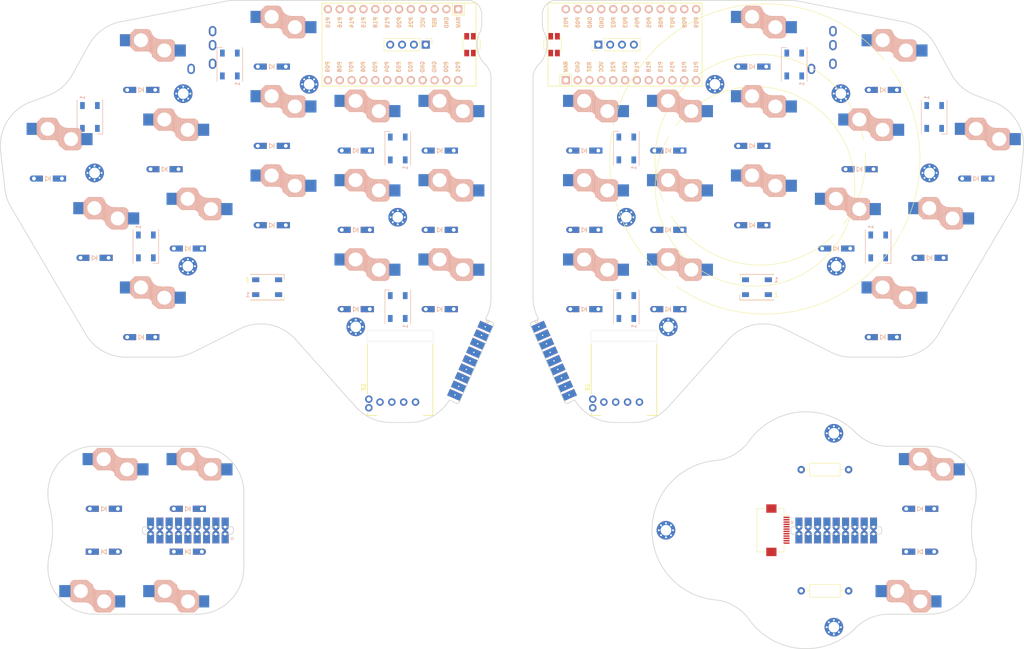
<source format=kicad_pcb>
(kicad_pcb (version 20211014) (generator pcbnew)
  (title_block (title "mainpcb") (rev "v1.0.0") (company "Unknown"))
  (layers (0 "F.Cu" signal) (31 "B.Cu" signal) (34 "B.Paste" user) (35 "F.Paste" user) (36 "B.SilkS" user "B.Silkscreen") (37 "F.SilkS" user "F.Silkscreen") (38 "B.Mask" user) (39 "F.Mask" user) (44 "Edge.Cuts" user))
  (net 0 "")
  (net 1 "far_bottom")
  (net 2 "C1")
  (net 3 "R3")
  (net 4 "far_home")
  (net 5 "R2")
  (net 6 "far_top")
  (net 7 "R1")
  (net 8 "index_bottom")
  (net 9 "C2")
  (net 10 "index_home")
  (net 11 "index_top")
  (net 12 "middle_bottom")
  (net 13 "C3")
  (net 14 "middle_home")
  (net 15 "middle_top")
  (net 16 "ring_bottom")
  (net 17 "C4")
  (net 18 "ring_home")
  (net 19 "ring_top")
  (net 20 "pinkie_bottom")
  (net 21 "C5")
  (net 22 "pinkie_home")
  (net 23 "pinkie_top")
  (net 24 "c1_r4")
  (net 25 "R4")
  (net 26 "c2_r4")
  (net 27 "mirror_far_bottom")
  (net 28 "mirror_far_home")
  (net 29 "mirror_far_top")
  (net 30 "mirror_index_bottom")
  (net 31 "mirror_index_home")
  (net 32 "mirror_index_top")
  (net 33 "mirror_middle_bottom")
  (net 34 "mirror_middle_home")
  (net 35 "mirror_middle_top")
  (net 36 "mirror_ring_bottom")
  (net 37 "mirror_ring_home")
  (net 38 "mirror_ring_top")
  (net 39 "mirror_pinkie_bottom")
  (net 40 "mirror_pinkie_home")
  (net 41 "mirror_pinkie_top")
  (net 42 "mirror_c1_r4")
  (net 43 "mirror_c1_r5")
  (net 44 "R5")
  (net 45 "mirror_c2_r4")
  (net 46 "mirror_c2_r5")
  (net 47 "GND")
  (net 48 "RST")
  (net 49 "VCC")
  (net 50 "SERIAL")
  (net 51 "RGB")
  (net 52 "SDA")
  (net 53 "SCL")
  (net 54 "scroll_r1")
  (net 55 "scroll_r2")
  (net 56 "scroll_switch")
  (net 57 "rgb_ug1_out")
  (net 58 "rgb_ug2_out")
  (net 59 "rgb_ug3_out")
  (net 60 "rgb_palm_out")
  (net 61 "rgb_ug4_out")
  (net 62 "rgb_ug5_out")
  (net 63 "rgb_ug6_out")
  (footprint "Library:EVQWGD001" (layer "F.Cu") (at -22 19 90)
    (fp_text reference "S2" hide)
    (fp_text value "Scroll Wheel")
    (fp_line (start 9.8 7.3) (end 9.8 -6.3) (layer "Edge.Cuts") (width 0.05))
    (fp_line (start 9.5 -6.6) (end 7.7 -6.6) (layer "Edge.Cuts") (width 0.05))
    (fp_line (start 7.4 -6.3) (end 7.4 7.3) (layer "Edge.Cuts") (width 0.05))
    (fp_line (start 7.7 7.6) (end 9.5 7.6) (layer "Edge.Cuts") (width 0.05))
    (fp_arc (start 9.8 7.3) (mid 9.712132 7.512132) (end 9.5 7.6) (layer "Edge.Cuts") (width 0.05))
    (fp_arc (start 9.5 -6.6) (mid 9.712132 -6.512132) (end 9.8 -6.3) (layer "Edge.Cuts") (width 0.05))
    (fp_arc (start 7.7 7.6) (mid 7.487868 7.512132) (end 7.4 7.3) (layer "Edge.Cuts") (width 0.05))
    (fp_arc (start 7.4 -6.3) (mid 7.487868 -6.512132) (end 7.7 -6.6) (layer "Edge.Cuts") (width 0.05))
  )
  (footprint "Library:PG1350" (layer "F.Cu") (at 82 6)
    (fp_text reference "SW13" hide)
    (fp_text value "Val**")
  )
  (footprint "Library:ProMicro" (layer "F.Cu") (at 28 -52)
    (fp_text reference "U1" hide)
    (fp_text value "Pro Micro Footprint")
  )
  (footprint "kbd:M2_HOLE_v3" (layer "F.Cu") (at -31 8.5)
    (fp_text reference "H12" hide)
    (fp_text value "M2")
  )
  (footprint "Library:PG1350" (layer "F.Cu") (at -72 -30)
    (fp_text reference "SW28" hide)
    (fp_text value "Val**")
  )
  (footprint "Library:D3_TH_SMD_v2" (layer "F.Cu") (at -85 47.5 180)
    (fp_text reference "D35" hide)
    (fp_text value "Diode")
  )
  (footprint "Library:PG1350" (layer "F.Cu") (at 90 42.8)
    (fp_text reference "SW17" hide)
    (fp_text value "Val**")
  )
  (footprint "kbd:M2_HOLE_v3" (layer "F.Cu") (at -67 -4.5)
    (fp_text reference "H10" hide)
    (fp_text value "M2")
  )
  (footprint "kbd:M2_HOLE_v3" (layer "F.Cu") (at 72 -4.5)
    (fp_text reference "H9" hide)
    (fp_text value "M2")
  )
  (footprint "kbd:M2_HOLE_v3" (layer "F.Cu") (at 36 8.5)
    (fp_text reference "H11" hide)
    (fp_text value "M2")
  )
  (footprint "Library:TRRS-PJ-320A" (layer "F.Cu") (at -64 -53)
    (fp_text reference "J2" hide)
    (fp_text value "TRRS")
  )
  (footprint "Library:PG1350" (layer "F.Cu") (at -31 -17)
    (fp_text reference "SW22" hide)
    (fp_text value "Val**")
  )
  (footprint "kbd:M2_HOLE_v3" (layer "F.Cu") (at 71.5 31.31539 90)
    (fp_text reference "H14" hide)
    (fp_text value "M2")
  )
  (footprint "Library:PG1350" (layer "F.Cu") (at -49 -35)
    (fp_text reference "SW25" hide)
    (fp_text value "Val**")
  )
  (footprint "Connector_PinHeader_2.54mm:PinHeader_1x04_P2.54mm_Vertical" (layer "F.Cu") (at -16 -52 -90)
    (fp_text reference "J4" hide)
    (fp_text value "I2C Breakout")
  )
  (footprint "kbd:M2_HOLE_v3" (layer "F.Cu") (at 27 -15)
    (fp_text reference "H1" hide)
    (fp_text value "M2")
  )
  (footprint "Library:PG1350" (layer "F.Cu") (at 92 -11)
    (fp_text reference "SW14" hide)
    (fp_text value "Val**")
  )
  (footprint "Library:PG1350" (layer "F.Cu") (at -85 42.8)
    (fp_text reference "SW35" hide)
    (fp_text value "Val**")
  )
  (footprint "Library:D3_TH_SMD_v2" (layer "F.Cu") (at -31 -29.3 180)
    (fp_text reference "D23" hide)
    (fp_text value "Diode")
  )
  (footprint "Library:D3_TH_SMD_v2" (layer "F.Cu") (at 90 56.7)
    (fp_text reference "D16" hide)
    (fp_text value "Diode")
  )
  (footprint "Library:D3_TH_SMD_v2" (layer "F.Cu") (at 54 -30.3 180)
    (fp_text reference "D8" hide)
    (fp_text value "Diode")
  )
  (footprint "Resistor_THT:R_Axial_DIN0207_L6.3mm_D2.5mm_P10.16mm_Horizontal" (layer "F.Cu") (at 64.5 65.1)
    (fp_text reference "R2" hide)
    (fp_text value "4K7")
  )
  (footprint "Library:D3_TH_SMD_v2" (layer "F.Cu") (at -13 4.7 180)
    (fp_text reference "D18" hide)
    (fp_text value "Diode")
  )
  (footprint "kbd:M2_HOLE_v3" (layer "F.Cu") (at -41 -43.5)
    (fp_text reference "H4" hide)
    (fp_text value "M2")
  )
  (footprint "Library:PG1350" (layer "F.Cu") (at -67 61.4 180)
    (fp_text reference "SW34" hide)
    (fp_text value "Val**")
  )
  (footprint "Library:kb_90deg_connector_male_9pin" (layer "F.Cu") (at -6.487598 15.790417 156.037511)
    (fp_text reference "J9" hide)
    (fp_text value "Male 9pin")
  )
  (footprint "Library:PG1350" (layer "F.Cu") (at -13 -34)
    (fp_text reference "SW20" hide)
    (fp_text value "Val**")
  )
  (footprint "Library:PG1350" (layer "F.Cu") (at 90 61.4 180)
    (fp_text reference "SW16" hide)
    (fp_text value "Val**")
  )
  (footprint "Library:D3_TH_SMD_v2" (layer "F.Cu") (at -49 -30.3 180)
    (fp_text reference "D25" hide)
    (fp_text value "Diode")
  )
  (footprint "Library:ProMicro" (layer "F.Cu") (at -23 -52 180)
    (fp_text reference "U2" hide)
    (fp_text value "Pro Micro Footprint")
  )
  (footprint "Resistor_THT:R_Axial_DIN0207_L6.3mm_D2.5mm_P10.16mm_Horizontal" (layer "F.Cu") (at 64.5 39.1)
    (fp_text reference "R1" hide)
    (fp_text value "4K7")
  )
  (footprint "Library:PG1350" (layer "F.Cu") (at 82 -47)
    (fp_text reference "SW12" hide)
    (fp_text value "Val**")
  )
  (footprint "Library:D3_TH_SMD_v2" (layer "F.Cu") (at -67 -8.3 180)
    (fp_text reference "D27" hide)
    (fp_text value "Diode")
  )
  (footprint "Library:PG1350" (layer "F.Cu") (at -13 -17)
    (fp_text reference "SW19" hide)
    (fp_text value "Val**")
  )
  (footprint "Connector_PinHeader_2.54mm:PinHeader_1x04_P2.54mm_Vertical" (layer "F.Cu") (at 21 -52 90)
    (fp_text reference "J3" hide)
    (fp_text value "I2C Breakout")
  )
  (footprint "Library:PG1350" (layer "F.Cu") (at -87 -11)
    (fp_text reference "SW31" hide)
    (fp_text value "Val**")
  )
  (footprint "Library:D3_TH_SMD_v2" (layer "F.Cu") (at 36 -29.3 180)
    (fp_text reference "D6" hide)
    (fp_text value "Diode")
  )
  (footprint "kbd:M2_HOLE_v3" (layer "F.Cu") (at -68 -41.5)
    (fp_text reference "H6" hide)
    (fp_text value "M2")
  )
  (footprint "Library:PG1350" (layer "F.Cu") (at -31 -34)
    (fp_text reference "SW23" hide)
    (fp_text value "Val**")
  )
  (footprint "Library:D3_TH_SMD_v2" (layer "F.Cu") (at 82 10.7 180)
    (fp_text reference "D13" hide)
    (fp_text value "Diode")
  )
  (footprint "Library:D3_TH_SMD_v2" (layer "F.Cu") (at -67 47.5 180)
    (fp_text reference "D36" hide)
    (fp_text value "Diode")
  )
  (footprint "Library:D3_TH_SMD_v2" (layer "F.Cu") (at 36 4.7 180)
    (fp_text reference "D4" hide)
    (fp_text value "Diode")
  )
  (footprint "Library:PG1350" (layer "F.Cu") (at 18 -17)
    (fp_text reference "SW2" hide)
    (fp_text value "Val**")
  )
  (footprint "Library:D3_TH_SMD_v2" (layer "F.Cu") (at -31 -12.3 180)
    (fp_text reference "D22" hide)
    (fp_text value "Diode")
  )
  (footprint "Library:PG1350" (layer "F.Cu") (at 77 -30)
    (fp_text reference "SW11" hide)
    (fp_text value "Val**")
  )
  (footprint "kbd:M2_HOLE_v3" (layer "F.Cu") (at 92 -24.5)
    (fp_text reference "H7" hide)
    (fp_text value "M2")
  )
  (footprint "Library:PG1350" (layer "F.Cu") (at -77 -47)
    (fp_text reference "SW29" hide)
    (fp_text value "Val**")
  )
  (footprint "kbd:M2_HOLE_v3" (layer "F.Cu") (at 73 -41.5)
    (fp_text reference "H5" hide)
    (fp_text value "M2")
  )
  (footprint "Library:D3_TH_SMD_v2" (layer "F.Cu") (at 77 -25.3 180)
    (fp_text reference "D11" hide)
    (fp_text value "Diode")
  )
  (footprint "Library:kb_90deg_connector_male_9pin" (layer "F.Cu") (at 11.487598 15.790417 -156.037511)
    (fp_text reference "J8" hide)
    (fp_text value "Male 9pin")
  )
  (footprint "Library:D3_TH_SMD_v2" (layer "F.Cu") (at 36 -12.3 180)
    (fp_text reference "D5" hide)
    (fp_text value "Diode")
  )
  (footprint "Library:D3_TH_SMD_v2" (layer "F.Cu") (at 18 -29.3 180)
    (fp_text reference "D3" hide)
    (fp_text value "Diode")
  )
  (footprint "Library:PG1350" (layer "F.Cu") (at -67 42.8)
    (fp_text reference "SW36" hide)
    (fp_text value "Val**")
  )
  (footprint "Library:PG1350" (layer "F.Cu") (at 36 -34)
    (fp_text reference "SW6" hide)
    (fp_text value "Val**")
  )
  (footprint "Library:PG1350" (layer "F.Cu") (at 102 -28)
    (fp_text reference "SW15" hide)
    (fp_text value "Val**")
  )
  (footprint "Library:D3_TH_SMD_v2" (layer "F.Cu") (at 90 47.5 180)
    (fp_text reference "D17" hide)
    (fp_text value "Diode")
  )
  (footprint "Library:D3_TH_SMD_v2" (layer "F.Cu") (at -72 -25.3 180)
    (fp_text reference "D28" hide)
    (fp_text value "Diode")
  )
  (footprint "Library:D3_TH_SMD_v2" (layer "F.Cu") (at 92 -6.3 180)
    (fp_text reference "D14" hide)
    (fp_text value "Diode")
  )
  (footprint "Library:PG1350" (layer "F.Cu") (at -13 0)
    (fp_text reference "SW18" hide)
    (fp_text value "Val**")
  )
  (footprint "Library:SW_SPST_EVQP7C" (layer "F.Cu") (at -6.5 -52 90)
    (fp_text reference "RST2" hide)
    (fp_text value "RST")
  )
  (footprint "kbd:M2_HOLE_v3" (layer "F.Cu") (at -87 -24.5)
    (fp_text reference "H8" hide)
    (fp_text value "M2")
  )
  (footprint "Library:D3_TH_SMD_v2" (layer "F.Cu") (at -49 -13.3 180)
    (fp_text reference "D24" hide)
    (fp_text value "Diode")
  )
  (footprint "Library:PG1350" (layer "F.Cu") (at -49 -18)
    (fp_text reference "SW24" hide)
    (fp_text value "Val**")
  )
  (footprint "Library:PG1350" (layer "F.Cu") (at -67 -13)
    (fp_text reference "SW27" hide)
    (fp_text value "Val**")
  )
  (footprint "Library:D3_TH_SMD_v2" (layer "F.Cu") (at -85 56.7)
    (fp_text reference "D33" hide)
    (fp_text value "Diode")
  )
  (footprint "kbd:M2_HOLE_v3" (layer "F.Cu") (at 35.5 52.1 90)
    (fp_text reference "H13" hide)
    (fp_text value "M2")
  )
  (footprint "Library:PG1350" (layer "F.Cu") (at -31 0)
    (fp_text reference "SW21" hide)
    (fp_text value "Val**")
  )
  (footprint "Library:D3_TH_SMD_v2" (layer "F.Cu") (at -87 -6.3 180)
    (fp_text reference "D31" hide)
    (fp_text value "Diode")
  )
  (footprint "Library:D3_TH_SMD_v2" (layer "F.Cu") (at -67 56.7)
    (fp_text reference "D34" hide)
    (fp_text value "Diode")
  )
  (footprint "Library:kb_90deg_connector_female_9pin" (layer "F.Cu") (at -67 52.15 -90)
    (fp_text reference "J7" hide)
    (fp_text value "Female 9pin")
    (fp_line (start -0.3 9.75) (end 0.3 9.75) (layer "Edge.Cuts") (width 0.15))
    (fp_line (start 0.3 -9.75) (end -0.3 -9.75) (layer "Edge.Cuts") (width 0.15))
    (fp_line (start 0.8 9.25) (end 0.8 -9.25) (layer "Edge.Cuts") (width 0.15))
    (fp_line (start -0.8 -9.25) (end -0.8 9.25) (layer "Edge.Cuts") (width 0.15))
    (fp_arc (start 0.8 9.25) (mid 0.653553 9.603553) (end 0.3 9.75) (layer "Edge.Cuts") (width 0.15))
    (fp_arc (start 0.3 -9.75) (mid 0.653553 -9.603553) (end 0.8 -9.25) (layer "Edge.Cuts") (width 0.15))
    (fp_arc (start -0.8 -9.25) (mid -0.653553 -9.603553) (end -0.3 -9.75) (layer "Edge.Cuts") (width 0.15))
    (fp_arc (start -0.3 9.75) (mid -0.653553 9.603553) (end -0.8 9.25) (layer "Edge.Cuts") (width 0.15))
  )
  (footprint "Library:D3_TH_SMD_v2" (layer "F.Cu") (at 18 4.7 180)
    (fp_text reference "D1" hide)
    (fp_text value "Diode")
  )
  (footprint "Library:D3_TH_SMD_v2" (layer "F.Cu") (at -97 -23.3 180)
    (fp_text reference "D32" hide)
    (fp_text value "Diode")
  )
  (footprint "Library:D3_TH_SMD_v2" (layer "F.Cu") (at -13 -12.3 180)
    (fp_text reference "D19" hide)
    (fp_text value "Diode")
  )
  (footprint "Library:D3_TH_SMD_v2" (layer "F.Cu") (at -49 -47.3 180)
    (fp_text reference "D26" hide)
    (fp_text value "Diode")
  )
  (footprint "Library:TRRS-PJ-320A" (layer "F.Cu") (at 69 -53)
    (fp_text reference "J1" hide)
    (fp_text value "TRRS")
  )
  (footprint "kbd:M2_HOLE_v3" (layer "F.Cu") (at -22 -15)
    (fp_text reference "H2" hide)
    (fp_text value "M2")
  )
  (footprint "Library:PG1350" (layer "F.Cu") (at -77 6)
    (fp_text reference "SW30" hide)
    (fp_text value "Val**")
  )
  (footprint "Library:D3_TH_SMD_v2" (layer "F.Cu") (at 82 -42.3 180)
    (fp_text reference "D12" hide)
    (fp_text value "Diode")
  )
  (footprint "LED_SMD:LED_WS2812B_PLCC4_5.0x5.0mm_P3.2mm" (layer "F.Cu") (at -50 0)
    (fp_text reference "DS11" hide)
    (fp_text value "WS2812b")
  )
  (footprint "kbd:M2_HOLE_v3" (layer "F.Cu") (at 46 -43.5)
    (fp_text reference "H3" hide)
    (fp_text value "M2")
  )
  (footprint "Library:D3_TH_SMD_v2" (layer "F.Cu") (at 54 -47.3 180)
    (fp_text reference "D9" hide)
    (fp_text value "Diode")
  )
  (footprint "Library:SW_SPST_EVQP7C" (layer "F.Cu") (at 11.5 -52 -90)
    (fp_text reference "RST1" hide)
    (fp_text value "RST")
  )
  (footprint "Library:kb_90deg_connector_female_9pin" (layer "F.Cu") (at 72 52.15 90)
    (fp_text reference "J6" hide)
    (fp_text value "Female 9pin")
    (fp_line (start -0.3 9.75) (end 0.3 9.75) (layer "Edge.Cuts") (width 0.15))
    (fp_line (start 0.3 -9.75) (end -0.3 -9.75) (layer "Edge.Cuts") (width 0.15))
    (fp_line (start -0.8 -9.25) (end -0.8 9.25) (layer "Edge.Cuts") (width 0.15))
    (fp_line (start 0.8 9.25) (end 0.8 -9.25) (layer "Edge.Cuts") (width 0.15))
    (fp_arc (start 0.8 9.25) (mid 0.653553 9.603553) (end 0.3 9.75) (layer "Edge.Cuts") (width 0.15))
    (fp_arc (start 0.3 -9.75) (mid 0.653553 -9.603553) (end 0.8 -9.25) (layer "Edge.Cuts") (width 0.15))
    (fp_arc (start -0.8 -9.25) (mid -0.653553 -9.603553) (end -0.3 -9.75) (layer "Edge.Cuts") (width 0.15))
    (fp_arc (start -0.3 9.75) (mid -0.653553 9.603553) (end -0.8 9.25) (layer "Edge.Cuts") (width 0.15))
  )
  (footprint "Library:D3_TH_SMD_v2" (layer "F.Cu") (at 102 -23.3 180)
    (fp_text reference "D15" hide)
    (fp_text value "Diode")
  )
  (footprint "Library:D3_TH_SMD_v2" (layer "F.Cu") (at -77 -42.3 180)
    (fp_text reference "D29" hide)
    (fp_text value "Diode")
  )
  (footprint "Library:D3_TH_SMD_v2" (layer "F.Cu") (at 72 -8.3 180)
    (fp_text reference "D10" hide)
    (fp_text value "Diode")
  )
  (footprint "Library:PG1350" (layer "F.Cu") (at 18 -34)
    (fp_text reference "SW3" hide)
    (fp_text value "Val**")
  )
  (footprint "Library:PG1350" (layer "F.Cu") (at 54 -18)
    (fp_text reference "SW7" hide)
    (fp_text value "Val**")
  )
  (footprint "Library:PG1350" (layer "F.Cu") (at 72 -13)
    (fp_text reference "SW10" hide)
    (fp_text value "Val**")
  )
  (footprint "Library:PG1350" (layer "F.Cu") (at 36 -17)
    (fp_text reference "SW5" hide)
    (fp_text value "Val**")
  )
  (footprint "Library:EVQWGD001" (layer "F.Cu") (at 26 19 90)
    (fp_text reference "S1" hide)
    (fp_text value "Scroll Wheel")
    (fp_line (start 9.8 7.3) (end 9.8 -6.3) (layer "Edge.Cuts") (width 0.05))
    (fp_line (start 7.4 -6.3) (end 7.4 7.3) (layer "Edge.Cuts") (width 0.05))
    (fp_line (start 9.5 -6.6) (end 7.7 -6.6) (layer "Edge.Cuts") (width 0.05))
    (fp_line (start 7.7 7.6) (end 9.5 7.6) (layer "Edge.Cuts") (width 0.05))
    (fp_arc (start 7.4 -6.3) (mid 7.487868 -6.512132) (end 7.7 -6.6) (layer "Edge.Cuts") (width 0.05))
    (fp_arc (start 9.8 7.3) (mid 9.712132 7.512132) (end 9.5 7.6) (layer "Edge.Cuts") (width 0.05))
    (fp_arc (start 9.5 -6.6) (mid 9.712132 -6.512132) (end 9.8 -6.3) (layer "Edge.Cuts") (width 0.05))
    (fp_arc (start 7.7 7.6) (mid 7.487868 7.512132) (end 7.4 7.3) (layer "Edge.Cuts") (width 0.05))
  )
  (footprint "Library:D3_TH_SMD_v2" (layer "F.Cu") (at 54 -13.3 180)
    (fp_text reference "D7" hide)
    (fp_text value "Diode")
  )
  (footprint "LED_SMD:LED_WS2812B_PLCC4_5.0x5.0mm_P3.2mm" (layer "F.Cu") (at 55 0 180)
    (fp_text reference "DS4" hide)
    (fp_text value "WS2812b")
  )
  (footprint "Library:D3_TH_SMD_v2" (layer "F.Cu") (at -13 -29.3 180)
    (fp_text reference "D20" hide)
    (fp_text value "Diode")
  )
  (footprint "Library:PG1350" (layer "F.Cu") (at 54 -52)
    (fp_text reference "SW9" hide)
    (fp_text value "Val**")
  )
  (footprint "kbd:M2_HOLE_v3" (layer "F.Cu") (at 71.5 72.88461 90)
    (fp_text reference "H15" hide)
    (fp_text value "M2")
  )
  (footprint "Library:PG1350" (layer "F.Cu") (at 54 -35)
    (fp_text reference "SW8" hide)
    (fp_text value "Val**")
  )
  (footprint "Library:PG1350" (layer "F.Cu") (at 36 0)
    (fp_text reference "SW4" hide)
    (fp_text value "Val**")
  )
  (footprint "Library:PG1350" (layer "F.Cu") (at 18 0)
    (fp_text reference "SW1" hide)
    (fp_text value "Val**")
  )
  (footprint "Library:D3_TH_SMD_v2" (layer "F.Cu") (at -31 4.7 180)
    (fp_text reference "D21" hide)
    (fp_text value "Diode")
  )
  (footprint "Library:D3_TH_SMD_v2" (layer "F.Cu") (at -77 10.7 180)
    (fp_text reference "D30" hide)
    (fp_text value "Diode")
  )
  (footprint "Library:Hirose_FH12-12S-0.5SH_1x12-1MP_P0.50mm_Horizontal" (layer "F.Cu") (at 59.5 52.1 -90)
    (fp_text reference "J5" hide)
    (fp_text value "12pin FPC")
  )
  (footprint "Library:PG1350" (layer "F.Cu") (at -85 61.4 180)
    (fp_text reference "SW33" hide)
    (fp_text value "Val**")
  )
  (footprint "Library:PG1350" (layer "F.Cu") (at -49 -52)
    (fp_text reference "SW26" hide)
    (fp_text value "Val**")
  )
  (footprint "Library:PG1350" (layer "F.Cu") (at -97 -28)
    (fp_text reference "SW32" hide)
    (fp_text value "Val**")
  )
  (footprint "Library:D3_TH_SMD_v2" (layer "F.Cu") (at 18 -12.3 180)
    (fp_text reference "D2" hide)
    (fp_text value "Diode")
  )
  (footprint "LED_SMD:LED_WS2812B_PLCC4_5.0x5.0mm_P3.2mm" (layer "B.Cu") (at -58 -47.75 90)
    (fp_text reference "DS14" hide)
    (fp_text value "WS2812b")
  )
  (footprint "LED_SMD:LED_WS2812B_PLCC4_5.0x5.0mm_P3.2mm" (layer "B.Cu") (at -76 -8.75 -90)
    (fp_text reference "DS12" hide)
    (fp_text value "WS2812b")
  )
  (footprint "LED_SMD:LED_WS2812B_PLCC4_5.0x5.0mm_P3.2mm" (layer "B.Cu") (at -22 -29.75 90)
    (fp_text reference "DS8" hide)
    (fp_text value "WS2812b")
  )
  (footprint "LED_SMD:LED_WS2812B_PLCC4_5.0x5.0mm_P3.2mm" (layer "B.Cu") (at 93 -36.5 -90)
    (fp_text reference "DS6" hide)
    (fp_text value "WS2812b")
  )
  (footprint "LED_SMD:LED_WS2812B_PLCC4_5.0x5.0mm_P3.2mm" (layer "B.Cu") (at 55 0 180)
    (fp_text reference "DS3" hide)
    (fp_text value "WS2812b")
  )
  (footprint "LED_SMD:LED_WS2812B_PLCC4_5.0x5.0mm_P3.2mm" (layer "B.Cu") (at -88 -36.5 -90)
    (fp_text reference "DS13" hide)
    (fp_text value "WS2812b")
  )
  (footprint "LED_SMD:LED_WS2812B_PLCC4_5.0x5.0mm_P3.2mm" (layer "B.Cu") (at -22 4.25 90)
    (fp_text reference "DS9" hide)
    (fp_text value "WS2812b")
  )
  (footprint "LED_SMD:LED_WS2812B_PLCC4_5.0x5.0mm_P3.2mm" (layer "B.Cu") (at 27 4.25 90)
    (fp_text reference "DS2" hide)
    (fp_text value "WS2812b")
  )
  (footprint "LED_SMD:LED_WS2812B_PLCC4_5.0x5.0mm_P3.2mm" (layer "B.Cu") (at 27 -29.75 90)
    (fp_text reference "DS1" hide)
    (fp_text value "WS2812b")
  )
  (footprint "LED_SMD:LED_WS2812B_PLCC4_5.0x5.0mm_P3.2mm" (layer "B.Cu") (at -50 0)
    (fp_text reference "DS10" hide)
    (fp_text value "WS2812b")
  )
  (footprint "LED_SMD:LED_WS2812B_PLCC4_5.0x5.0mm_P3.2mm" (layer "B.Cu") (at 63 -47.75 90)
    (fp_text reference "DS7" hide)
    (fp_text value "WS2812b")
  )
  (footprint "LED_SMD:LED_WS2812B_PLCC4_5.0x5.0mm_P3.2mm" (layer "B.Cu") (at 81 -8.75 -90)
    (fp_text reference "DS5" hide)
    (fp_text value "WS2812b")
  )
  (gr_circle (center 54.6 -21.6) (end 71.2 -8.1) (layer "F.SilkS") (width 0.12) (fill none))
  (gr_circle (center 55.7 -27.3) (end 72.9 -12.7) (layer "F.SilkS") (width 0.12) (fill none))
  (gr_circle (center 56.7 -27.5) (end 82.8 -6.9) (layer "F.SilkS") (width 0.12) (fill none))
  (gr_arc (start -55.836004 8.918002) (mid -49.485732 8.040228) (end -43.907308 11.198965) (layer "Edge.Cuts") (width 0.15))
  (gr_arc (start -97 44.1) (mid -94.071068 37.028932) (end -87 34.1) (layer "Edge.Cuts") (width 0.15))
  (gr_arc (start 62.027153 -61.5) (mid 62.995429 -61.453012) (end 63.954606 -61.312488) (layer "Edge.Cuts") (width 0.15))
  (gr_line (start 75.36068 15) (end 85.280539 15) (layer "Edge.Cuts") (width 0.15))
  (gr_arc (start -55 60.1) (mid -57.928932 67.171068) (end -65 70.1) (layer "Edge.Cuts") (width 0.15))
  (gr_line (start 7 2.127855) (end 7 -44.858572) (layer "Edge.Cuts") (width 0.15))
  (gr_arc (start -96.666667 46.979236) (mid -96.916317 45.709848) (end -97 44.418854) (layer "Edge.Cuts") (width 0.15))
  (gr_line (start 105.689685 -39.722462) (end 101.975689 -41.105605) (layer "Edge.Cuts") (width 0.15))
  (gr_arc (start 105.689685 -39.722462) (mid 110.715432 -35.593596) (end 112.138546 -29.246911) (layer "Edge.Cuts") (width 0.15))
  (gr_line (start -4 -58.5) (end -4 -56.358899) (layer "Edge.Cuts") (width 0.15))
  (gr_arc (start 7.861885 6.18924) (mid 7.217844 4.20377) (end 7 2.127855) (layer "Edge.Cuts") (width 0.15))
  (gr_line (start -91.70895 -45.64777) (end -88.252424 -51.915605) (layer "Edge.Cuts") (width 0.15))
  (gr_arc (start 9.4 -54.615339) (mid 9.911275 -50.971981) (end 8.2 -47.715143) (layer "Edge.Cuts") (width 0.15))
  (gr_arc (start -3.2 -47.715143) (mid -4.911275 -50.971981) (end -4.4 -54.615339) (layer "Edge.Cuts") (width 0.15))
  (gr_line (start 60.836005 8.918003) (end 70.888544 13.944272) (layer "Edge.Cuts") (width 0.15))
  (gr_arc (start 102 44.418854) (mid 101.916317 45.709848) (end 101.666667 46.979236) (layer "Edge.Cuts") (width 0.15))
  (gr_line (start 8.164948 6.871134) (end 6.715471 7.515346) (layer "Edge.Cuts") (width 0.15))
  (gr_line (start -10.95707 24.200002) (end -9.432102 24.877766) (layer "Edge.Cuts") (width 0.15))
  (gr_arc (start -58.954606 -61.312488) (mid -57.995429 -61.453011) (end -57.027153 -61.5) (layer "Edge.Cuts") (width 0.15))
  (gr_arc (start -10.95707 24.200002) (mid -14.599753 27.717798) (end -19.498731 29) (layer "Edge.Cuts") (width 0.15))
  (gr_arc (start -3.2 -47.715143) (mid -2.312182 -46.407765) (end -2 -44.858572) (layer "Edge.Cuts") (width 0.15))
  (gr_arc (start -2 2.127856) (mid -2.217844 4.203771) (end -2.861885 6.189241) (layer "Edge.Cuts") (width 0.15))
  (gr_arc (start -8.772127 24.623929) (mid -9.049543 24.887533) (end -9.432102 24.877766) (layer "Edge.Cuts") (width 0.15))
  (gr_arc (start 53.27871 33.010565) (mid 64.279199 26.757456) (end 76.148421 31.143078) (layer "Edge.Cuts") (width 0.15))
  (gr_line (start 12 -61.5) (end 62.027153 -61.5) (layer "Edge.Cuts") (width 0.15))
  (gr_line (start 9 -56.358899) (end 9 -58.5) (layer "Edge.Cuts") (width 0.15))
  (gr_line (start -106.235992 -21.123932) (end -107.138546 -29.246911) (layer "Edge.Cuts") (width 0.15))
  (gr_arc (start -87 70.1) (mid -94.071068 67.171068) (end -97 60.1) (layer "Edge.Cuts") (width 0.15))
  (gr_arc (start -65.888544 13.944272) (mid -68.063151 14.73249) (end -70.36068 15) (layer "Edge.Cuts") (width 0.15))
  (gr_arc (start 83.247368 34.1) (mid 79.402292 33.331218) (end 76.148421 31.143078) (layer "Edge.Cuts") (width 0.15))
  (gr_arc (start 76.148421 73.056922) (mid 64.279199 77.442544) (end 53.27871 71.189435) (layer "Edge.Cuts") (width 0.15))
  (gr_arc (start -4 -56.358899) (mid -4.101282 -55.464472) (end -4.4 -54.615339) (layer "Edge.Cuts") (width 0.15))
  (gr_line (start 7.861885 6.189241) (end 8.164948 6.871134) (layer "Edge.Cuts") (width 0.15))
  (gr_arc (start 46.07871 67.032513) (mid 32.5 52.1) (end 46.07871 37.167487) (layer "Edge.Cuts") (width 0.15))
  (gr_line (start 96.70895 -45.64777) (end 93.252424 -51.915605) (layer "Edge.Cuts") (width 0.15))
  (gr_line (start -100.689685 -39.722462) (end -96.975689 -41.105605) (layer "Edge.Cuts") (width 0.15))
  (gr_arc (start 93.899881 10.070201) (mid 90.245314 13.680495) (end 85.280539 15) (layer "Edge.Cuts") (width 0.15))
  (gr_line (start -55 60.1) (end -55 44.1) (layer "Edge.Cuts") (width 0.15))
  (gr_line (start 83.247368 70.1) (end 92 70.1) (layer "Edge.Cuts") (width 0.15))
  (gr_line (start 86.423161 -56.899022) (end 63.954606 -61.312488) (layer "Edge.Cuts") (width 0.15))
  (gr_arc (start -88.252424 -51.915605) (mid -85.390322 -55.164499) (end -81.423161 -56.899022) (layer "Edge.Cuts") (width 0.15))
  (gr_arc (start 75.36068 15) (mid 73.063151 14.73249) (end 70.888544 13.944272) (layer "Edge.Cuts") (width 0.15))
  (gr_arc (start -80.28054 15.000001) (mid -85.245316 13.680496) (end -88.899882 10.070201) (layer "Edge.Cuts") (width 0.15))
  (gr_arc (start 6.461634 8.175321) (mid 6.451867 7.792762) (end 6.715471 7.515346) (layer "Edge.Cuts") (width 0.15))
  (gr_arc (start 7 -44.858572) (mid 7.312182 -46.407765) (end 8.2 -47.715143) (layer "Edge.Cuts") (width 0.15))
  (gr_arc (start 111.235992 -21.123932) (mid 110.785757 -19.071282) (end 109.916497 -17.158046) (layer "Edge.Cuts") (width 0.15))
  (gr_arc (start 101.975689 -41.105605) (mid 98.934725 -42.904073) (end 96.70895 -45.64777) (layer "Edge.Cuts") (width 0.15))
  (gr_arc (start -96.666667 46.979236) (mid -96 52.1) (end -96.666667 57.220764) (layer "Edge.Cuts") (width 0.15))
  (gr_line (start 111.235992 -21.123932) (end 112.138546 -29.246911) (layer "Edge.Cuts") (width 0.15))
  (gr_line (start -70.36068 15) (end -80.280539 15) (layer "Edge.Cuts") (width 0.15))
  (gr_line (start -19.498731 29) (end -23.525162 29) (layer "Edge.Cuts") (width 0.15))
  (gr_line (start -2.861885 6.189241) (end -3.164948 6.871134) (layer "Edge.Cuts") (width 0.15))
  (gr_arc (start 86.423161 -56.899022) (mid 90.390322 -55.164499) (end 93.252424 -51.915605) (layer "Edge.Cuts") (width 0.15))
  (gr_line (start 92 34.1) (end 83.247368 34.1) (layer "Edge.Cuts") (width 0.15))
  (gr_arc (start -104.916497 -17.158046) (mid -105.785757 -19.071282) (end -106.235992 -21.123932) (layer "Edge.Cuts") (width 0.15))
  (gr_arc (start -65 34.1) (mid -57.928932 37.028932) (end -55 44.1) (layer "Edge.Cuts") (width 0.15))
  (gr_line (start -55.836005 8.918003) (end -65.888544 13.944272) (layer "Edge.Cuts") (width 0.15))
  (gr_line (start 24.498731 29) (end 28.525162 29) (layer "Edge.Cuts") (width 0.15))
  (gr_arc (start -91.70895 -45.64777) (mid -93.934725 -42.904073) (end -96.975689 -41.105605) (layer "Edge.Cuts") (width 0.15))
  (gr_line (start 102 44.418854) (end 102 44.1) (layer "Edge.Cuts") (width 0.15))
  (gr_arc (start -23.525162 29) (mid -27.6097 28.12779) (end -30.981723 25.66331) (layer "Edge.Cuts") (width 0.15))
  (gr_line (start -88.899882 10.070201) (end -104.916497 -17.158046) (layer "Edge.Cuts") (width 0.15))
  (gr_line (start -65 34.1) (end -87 34.1) (layer "Edge.Cuts") (width 0.15))
  (gr_line (start 93.899882 10.070201) (end 109.916497 -17.158046) (layer "Edge.Cuts") (width 0.15))
  (gr_arc (start 24.498731 29) (mid 19.599753 27.717799) (end 15.95707 24.200002) (layer "Edge.Cuts") (width 0.15))
  (gr_line (start -57.027153 -61.5) (end -7 -61.5) (layer "Edge.Cuts") (width 0.15))
  (gr_line (start -97 59.781146) (end -97 60.1) (layer "Edge.Cuts") (width 0.15))
  (gr_line (start -30.981723 25.66331) (end -43.907308 11.198965) (layer "Edge.Cuts") (width 0.15))
  (gr_line (start 14.432102 24.877766) (end 15.95707 24.200002) (layer "Edge.Cuts") (width 0.15))
  (gr_line (start -8.772127 24.623929) (end -1.461635 8.175321) (layer "Edge.Cuts") (width 0.15))
  (gr_arc (start 48.907309 11.198964) (mid 54.485734 8.040228) (end 60.836005 8.918003) (layer "Edge.Cuts") (width 0.15))
  (gr_arc (start 9 -58.5) (mid 9.87868 -60.62132) (end 12 -61.5) (layer "Edge.Cuts") (width 0.15))
  (gr_arc (start -1.715471 7.515347) (mid -1.451868 7.792763) (end -1.461635 8.175321) (layer "Edge.Cuts") (width 0.15))
  (gr_arc (start 14.432102 24.877766) (mid 14.049543 24.887533) (end 13.772127 24.623929) (layer "Edge.Cuts") (width 0.15))
  (gr_arc (start 46.07871 67.032513) (mid 50.131183 68.327268) (end 53.27871 71.189435) (layer "Edge.Cuts") (width 0.15))
  (gr_arc (start -107.138546 -29.246911) (mid -105.715432 -35.593597) (end -100.689685 -39.722462) (layer "Edge.Cuts") (width 0.15))
  (gr_arc (start -7 -61.5) (mid -4.87868 -60.62132) (end -4 -58.5) (layer "Edge.Cuts") (width 0.15))
  (gr_line (start 6.461635 8.175321) (end 13.772127 24.623929) (layer "Edge.Cuts") (width 0.15))
  (gr_arc (start 92 34.1) (mid 99.071068 37.028932) (end 102 44.1) (layer "Edge.Cuts") (width 0.15))
  (gr_line (start -2 2.127855) (end -2 -44.858572) (layer "Edge.Cuts") (width 0.15))
  (gr_line (start -1.715471 7.515346) (end -3.164948 6.871134) (layer "Edge.Cuts") (width 0.15))
  (gr_arc (start 76.148421 73.056922) (mid 79.402292 70.868782) (end 83.247368 70.1) (layer "Edge.Cuts") (width 0.15))
  (gr_arc (start 9.4 -54.615339) (mid 9.101282 -55.464472) (end 9 -56.358899) (layer "Edge.Cuts") (width 0.15))
  (gr_arc (start 102 60.1) (mid 99.071068 67.171068) (end 92 70.1) (layer "Edge.Cuts") (width 0.15))
  (gr_arc (start -97 59.781146) (mid -96.916317 58.490152) (end -96.666667 57.220764) (layer "Edge.Cuts") (width 0.15))
  (gr_arc (start 102 58.344998) (mid 101.008596 52.686305) (end 101.666667 46.979236) (layer "Edge.Cuts") (width 0.15))
  (gr_line (start -87 70.1) (end -65 70.1) (layer "Edge.Cuts") (width 0.15))
  (gr_line (start 35.981723 25.66331) (end 48.907308 11.198965) (layer "Edge.Cuts") (width 0.15))
  (gr_arc (start 35.981723 25.66331) (mid 32.6097 28.12779) (end 28.525162 29) (layer "Edge.Cuts") (width 0.15))
  (gr_line (start 102 60.1) (end 102 58.344998) (layer "Edge.Cuts") (width 0.15))
  (gr_arc (start 53.27871 33.010565) (mid 50.131183 35.872733) (end 46.07871 37.167487) (layer "Edge.Cuts") (width 0.15))
  (gr_line (start -81.423161 -56.899022) (end -58.954606 -61.312488) (layer "Edge.Cuts") (width 0.15))
  (gr_line (start -97 44.1) (end -97 44.418854) (layer "Edge.Cuts") (width 0.15))
)
</source>
